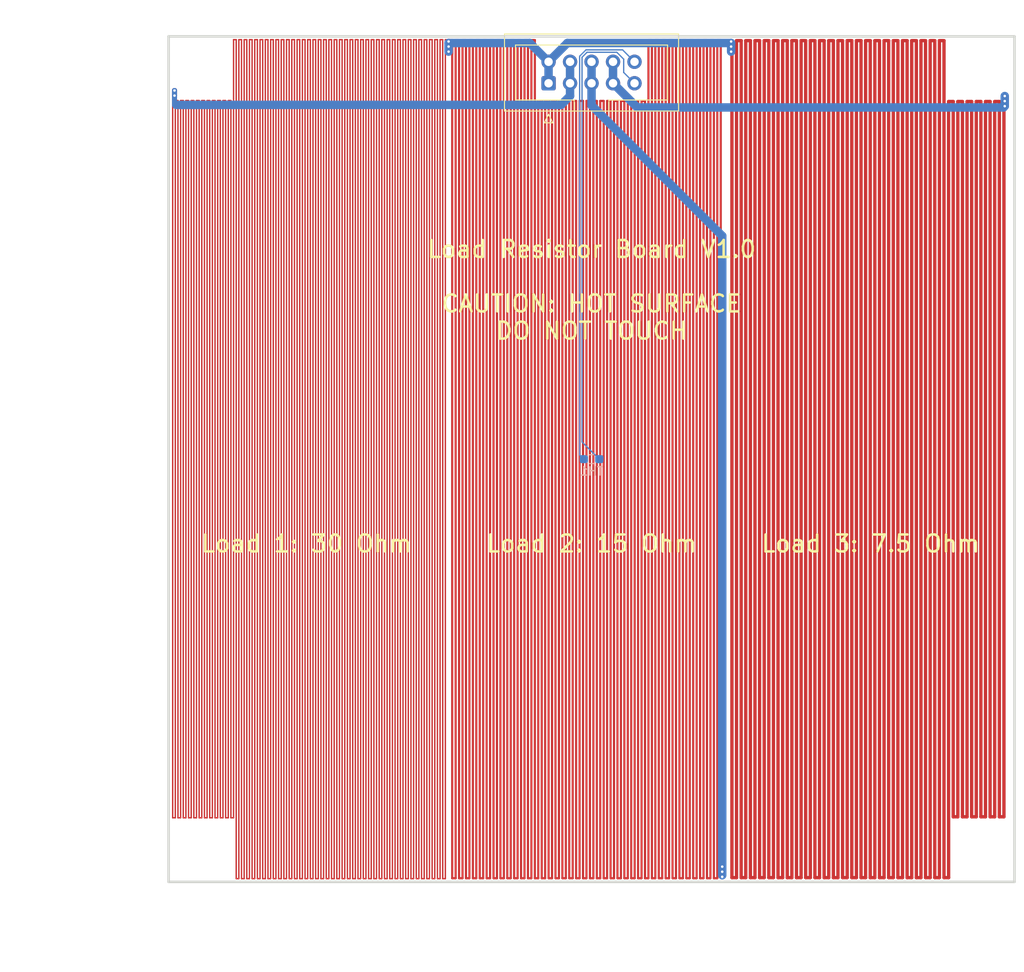
<source format=kicad_pcb>
(kicad_pcb (version 20171130) (host pcbnew "(5.1.10)-1")

  (general
    (thickness 1.6)
    (drawings 10)
    (tracks 544)
    (zones 0)
    (modules 6)
    (nets 4)
  )

  (page A4)
  (layers
    (0 F.Cu signal)
    (31 B.Cu signal)
    (32 B.Adhes user)
    (33 F.Adhes user)
    (34 B.Paste user)
    (35 F.Paste user)
    (36 B.SilkS user)
    (37 F.SilkS user)
    (38 B.Mask user)
    (39 F.Mask user)
    (40 Dwgs.User user)
    (41 Cmts.User user)
    (42 Eco1.User user)
    (43 Eco2.User user)
    (44 Edge.Cuts user)
    (45 Margin user)
    (46 B.CrtYd user)
    (47 F.CrtYd user)
    (48 B.Fab user)
    (49 F.Fab user)
  )

  (setup
    (last_trace_width 0.13)
    (user_trace_width 0.15)
    (user_trace_width 0.163)
    (user_trace_width 0.6)
    (user_trace_width 1)
    (user_trace_width 3)
    (trace_clearance 0.13)
    (zone_clearance 0)
    (zone_45_only no)
    (trace_min 0.13)
    (via_size 0.6)
    (via_drill 0.3)
    (via_min_size 0.6)
    (via_min_drill 0.3)
    (user_via 0.6 0.3)
    (uvia_size 0.3)
    (uvia_drill 0.1)
    (uvias_allowed no)
    (uvia_min_size 0.2)
    (uvia_min_drill 0.1)
    (edge_width 0.05)
    (segment_width 0.2)
    (pcb_text_width 0.3)
    (pcb_text_size 1.5 1.5)
    (mod_edge_width 0.12)
    (mod_text_size 1 1)
    (mod_text_width 0.15)
    (pad_size 1.524 1.524)
    (pad_drill 0.762)
    (pad_to_mask_clearance 0)
    (aux_axis_origin 0 0)
    (visible_elements 7FFFFFFF)
    (pcbplotparams
      (layerselection 0x3f1fc_ffffffff)
      (usegerberextensions false)
      (usegerberattributes true)
      (usegerberadvancedattributes true)
      (creategerberjobfile true)
      (excludeedgelayer true)
      (linewidth 0.100000)
      (plotframeref false)
      (viasonmask true)
      (mode 1)
      (useauxorigin false)
      (hpglpennumber 1)
      (hpglpenspeed 20)
      (hpglpendiameter 15.000000)
      (psnegative false)
      (psa4output false)
      (plotreference true)
      (plotvalue true)
      (plotinvisibletext false)
      (padsonsilk false)
      (subtractmaskfromsilk false)
      (outputformat 1)
      (mirror false)
      (drillshape 0)
      (scaleselection 1)
      (outputdirectory "Gerber/"))
  )

  (net 0 "")
  (net 1 GND)
  (net 2 /NTC_ext)
  (net 3 /Loads)

  (net_class Default "This is the default net class."
    (clearance 0.13)
    (trace_width 0.13)
    (via_dia 0.6)
    (via_drill 0.3)
    (uvia_dia 0.3)
    (uvia_drill 0.1)
    (add_net /Loads)
    (add_net /NTC_ext)
    (add_net GND)
  )

  (module Resistor_SMD:R_0603_1608Metric_Pad0.98x0.95mm_HandSolder (layer B.Cu) (tedit 5F68FEEE) (tstamp 610AD867)
    (at 100 100)
    (descr "Resistor SMD 0603 (1608 Metric), square (rectangular) end terminal, IPC_7351 nominal with elongated pad for handsoldering. (Body size source: IPC-SM-782 page 72, https://www.pcb-3d.com/wordpress/wp-content/uploads/ipc-sm-782a_amendment_1_and_2.pdf), generated with kicad-footprint-generator")
    (tags "resistor handsolder")
    (path /610A81AB)
    (attr smd)
    (fp_text reference TH1 (at 0 1.43) (layer B.SilkS)
      (effects (font (size 1 1) (thickness 0.15)) (justify mirror))
    )
    (fp_text value Thermistor_NTC (at 0 -1.43) (layer B.Fab)
      (effects (font (size 1 1) (thickness 0.15)) (justify mirror))
    )
    (fp_line (start -0.8 -0.4125) (end -0.8 0.4125) (layer B.Fab) (width 0.1))
    (fp_line (start -0.8 0.4125) (end 0.8 0.4125) (layer B.Fab) (width 0.1))
    (fp_line (start 0.8 0.4125) (end 0.8 -0.4125) (layer B.Fab) (width 0.1))
    (fp_line (start 0.8 -0.4125) (end -0.8 -0.4125) (layer B.Fab) (width 0.1))
    (fp_line (start -0.254724 0.5225) (end 0.254724 0.5225) (layer B.SilkS) (width 0.12))
    (fp_line (start -0.254724 -0.5225) (end 0.254724 -0.5225) (layer B.SilkS) (width 0.12))
    (fp_line (start -1.65 -0.73) (end -1.65 0.73) (layer B.CrtYd) (width 0.05))
    (fp_line (start -1.65 0.73) (end 1.65 0.73) (layer B.CrtYd) (width 0.05))
    (fp_line (start 1.65 0.73) (end 1.65 -0.73) (layer B.CrtYd) (width 0.05))
    (fp_line (start 1.65 -0.73) (end -1.65 -0.73) (layer B.CrtYd) (width 0.05))
    (fp_text user %R (at 0 0) (layer B.Fab)
      (effects (font (size 0.4 0.4) (thickness 0.06)) (justify mirror))
    )
    (pad 2 smd roundrect (at 0.9125 0) (size 0.975 0.95) (layers B.Cu B.Paste B.Mask) (roundrect_rratio 0.25)
      (net 2 /NTC_ext))
    (pad 1 smd roundrect (at -0.9125 0) (size 0.975 0.95) (layers B.Cu B.Paste B.Mask) (roundrect_rratio 0.25)
      (net 1 GND))
    (model ${KISYS3DMOD}/Resistor_SMD.3dshapes/R_0603_1608Metric.wrl
      (at (xyz 0 0 0))
      (scale (xyz 1 1 1))
      (rotate (xyz 0 0 0))
    )
  )

  (module Connector_IDC:IDC-Header_2x05_P2.54mm_Vertical (layer F.Cu) (tedit 5EAC9A07) (tstamp 61071B00)
    (at 94.92 55.54 90)
    (descr "Through hole IDC box header, 2x05, 2.54mm pitch, DIN 41651 / IEC 60603-13, double rows, https://docs.google.com/spreadsheets/d/16SsEcesNF15N3Lb4niX7dcUr-NY5_MFPQhobNuNppn4/edit#gid=0")
    (tags "Through hole vertical IDC box header THT 2x05 2.54mm double row")
    (path /61069FAE)
    (fp_text reference J1 (at 1.27 -6.1 90) (layer F.SilkS) hide
      (effects (font (size 1 1) (thickness 0.15)))
    )
    (fp_text value Conn_02x05_Odd_Even (at 1.27 16.26 90) (layer F.Fab)
      (effects (font (size 1 1) (thickness 0.15)))
    )
    (fp_line (start 6.22 -5.6) (end -3.68 -5.6) (layer F.CrtYd) (width 0.05))
    (fp_line (start 6.22 15.76) (end 6.22 -5.6) (layer F.CrtYd) (width 0.05))
    (fp_line (start -3.68 15.76) (end 6.22 15.76) (layer F.CrtYd) (width 0.05))
    (fp_line (start -3.68 -5.6) (end -3.68 15.76) (layer F.CrtYd) (width 0.05))
    (fp_line (start -4.68 0.5) (end -3.68 0) (layer F.SilkS) (width 0.12))
    (fp_line (start -4.68 -0.5) (end -4.68 0.5) (layer F.SilkS) (width 0.12))
    (fp_line (start -3.68 0) (end -4.68 -0.5) (layer F.SilkS) (width 0.12))
    (fp_line (start -1.98 7.13) (end -3.29 7.13) (layer F.SilkS) (width 0.12))
    (fp_line (start -1.98 7.13) (end -1.98 7.13) (layer F.SilkS) (width 0.12))
    (fp_line (start -1.98 14.07) (end -1.98 7.13) (layer F.SilkS) (width 0.12))
    (fp_line (start 4.52 14.07) (end -1.98 14.07) (layer F.SilkS) (width 0.12))
    (fp_line (start 4.52 -3.91) (end 4.52 14.07) (layer F.SilkS) (width 0.12))
    (fp_line (start -1.98 -3.91) (end 4.52 -3.91) (layer F.SilkS) (width 0.12))
    (fp_line (start -1.98 3.03) (end -1.98 -3.91) (layer F.SilkS) (width 0.12))
    (fp_line (start -3.29 3.03) (end -1.98 3.03) (layer F.SilkS) (width 0.12))
    (fp_line (start -3.29 15.37) (end -3.29 -5.21) (layer F.SilkS) (width 0.12))
    (fp_line (start 5.83 15.37) (end -3.29 15.37) (layer F.SilkS) (width 0.12))
    (fp_line (start 5.83 -5.21) (end 5.83 15.37) (layer F.SilkS) (width 0.12))
    (fp_line (start -3.29 -5.21) (end 5.83 -5.21) (layer F.SilkS) (width 0.12))
    (fp_line (start -1.98 7.13) (end -3.18 7.13) (layer F.Fab) (width 0.1))
    (fp_line (start -1.98 7.13) (end -1.98 7.13) (layer F.Fab) (width 0.1))
    (fp_line (start -1.98 14.07) (end -1.98 7.13) (layer F.Fab) (width 0.1))
    (fp_line (start 4.52 14.07) (end -1.98 14.07) (layer F.Fab) (width 0.1))
    (fp_line (start 4.52 -3.91) (end 4.52 14.07) (layer F.Fab) (width 0.1))
    (fp_line (start -1.98 -3.91) (end 4.52 -3.91) (layer F.Fab) (width 0.1))
    (fp_line (start -1.98 3.03) (end -1.98 -3.91) (layer F.Fab) (width 0.1))
    (fp_line (start -3.18 3.03) (end -1.98 3.03) (layer F.Fab) (width 0.1))
    (fp_line (start -3.18 15.26) (end -3.18 -4.1) (layer F.Fab) (width 0.1))
    (fp_line (start 5.72 15.26) (end -3.18 15.26) (layer F.Fab) (width 0.1))
    (fp_line (start 5.72 -5.1) (end 5.72 15.26) (layer F.Fab) (width 0.1))
    (fp_line (start -2.18 -5.1) (end 5.72 -5.1) (layer F.Fab) (width 0.1))
    (fp_line (start -3.18 -4.1) (end -2.18 -5.1) (layer F.Fab) (width 0.1))
    (fp_text user %R (at 1.27 5.08) (layer F.Fab)
      (effects (font (size 1 1) (thickness 0.15)))
    )
    (pad 10 thru_hole circle (at 2.54 10.16 90) (size 1.7 1.7) (drill 1) (layers *.Cu *.Mask)
      (net 1 GND))
    (pad 8 thru_hole circle (at 2.54 7.62 90) (size 1.7 1.7) (drill 1) (layers *.Cu *.Mask)
      (net 3 /Loads))
    (pad 6 thru_hole circle (at 2.54 5.08 90) (size 1.7 1.7) (drill 1) (layers *.Cu *.Mask)
      (net 3 /Loads))
    (pad 4 thru_hole circle (at 2.54 2.54 90) (size 1.7 1.7) (drill 1) (layers *.Cu *.Mask)
      (net 3 /Loads))
    (pad 2 thru_hole circle (at 2.54 0 90) (size 1.7 1.7) (drill 1) (layers *.Cu *.Mask)
      (net 3 /Loads))
    (pad 9 thru_hole circle (at 0 10.16 90) (size 1.7 1.7) (drill 1) (layers *.Cu *.Mask)
      (net 2 /NTC_ext))
    (pad 7 thru_hole circle (at 0 7.62 90) (size 1.7 1.7) (drill 1) (layers *.Cu *.Mask)
      (net 3 /Loads))
    (pad 5 thru_hole circle (at 0 5.08 90) (size 1.7 1.7) (drill 1) (layers *.Cu *.Mask)
      (net 3 /Loads))
    (pad 3 thru_hole circle (at 0 2.54 90) (size 1.7 1.7) (drill 1) (layers *.Cu *.Mask)
      (net 3 /Loads))
    (pad 1 thru_hole roundrect (at 0 0 90) (size 1.7 1.7) (drill 1) (layers *.Cu *.Mask) (roundrect_rratio 0.1470588235294118)
      (net 3 /Loads))
    (model ${KISYS3DMOD}/Connector_IDC.3dshapes/IDC-Header_2x05_P2.54mm_Vertical.wrl
      (at (xyz 0 0 0))
      (scale (xyz 1 1 1))
      (rotate (xyz 0 0 0))
    )
  )

  (module MountingHole:MountingHole_3.2mm_M3 (layer F.Cu) (tedit 56D1B4CB) (tstamp 61071AD1)
    (at 146 146)
    (descr "Mounting Hole 3.2mm, no annular, M3")
    (tags "mounting hole 3.2mm no annular m3")
    (path /6106DE57)
    (attr virtual)
    (fp_text reference H4 (at 0 -4.2) (layer F.SilkS) hide
      (effects (font (size 1 1) (thickness 0.15)))
    )
    (fp_text value MountingHole (at 0 4.2) (layer F.Fab)
      (effects (font (size 1 1) (thickness 0.15)))
    )
    (fp_circle (center 0 0) (end 3.45 0) (layer F.CrtYd) (width 0.05))
    (fp_circle (center 0 0) (end 3.2 0) (layer Cmts.User) (width 0.15))
    (fp_text user %R (at 0.3 0) (layer F.Fab)
      (effects (font (size 1 1) (thickness 0.15)))
    )
    (pad 1 np_thru_hole circle (at 0 0) (size 3.2 3.2) (drill 3.2) (layers *.Cu *.Mask))
  )

  (module MountingHole:MountingHole_3.2mm_M3 (layer F.Cu) (tedit 56D1B4CB) (tstamp 61071AC9)
    (at 54 146)
    (descr "Mounting Hole 3.2mm, no annular, M3")
    (tags "mounting hole 3.2mm no annular m3")
    (path /6106DC5F)
    (attr virtual)
    (fp_text reference H3 (at 0 -4.2) (layer F.SilkS) hide
      (effects (font (size 1 1) (thickness 0.15)))
    )
    (fp_text value MountingHole (at 0 4.2) (layer F.Fab)
      (effects (font (size 1 1) (thickness 0.15)))
    )
    (fp_circle (center 0 0) (end 3.45 0) (layer F.CrtYd) (width 0.05))
    (fp_circle (center 0 0) (end 3.2 0) (layer Cmts.User) (width 0.15))
    (fp_text user %R (at 0.3 0) (layer F.Fab)
      (effects (font (size 1 1) (thickness 0.15)))
    )
    (pad 1 np_thru_hole circle (at 0 0) (size 3.2 3.2) (drill 3.2) (layers *.Cu *.Mask))
  )

  (module MountingHole:MountingHole_3.2mm_M3 (layer F.Cu) (tedit 56D1B4CB) (tstamp 61071AC1)
    (at 146 54)
    (descr "Mounting Hole 3.2mm, no annular, M3")
    (tags "mounting hole 3.2mm no annular m3")
    (path /6106DA4A)
    (attr virtual)
    (fp_text reference H2 (at 0 -4.2) (layer F.SilkS) hide
      (effects (font (size 1 1) (thickness 0.15)))
    )
    (fp_text value MountingHole (at 0 4.2) (layer F.Fab)
      (effects (font (size 1 1) (thickness 0.15)))
    )
    (fp_circle (center 0 0) (end 3.45 0) (layer F.CrtYd) (width 0.05))
    (fp_circle (center 0 0) (end 3.2 0) (layer Cmts.User) (width 0.15))
    (fp_text user %R (at 0.3 0) (layer F.Fab)
      (effects (font (size 1 1) (thickness 0.15)))
    )
    (pad 1 np_thru_hole circle (at 0 0) (size 3.2 3.2) (drill 3.2) (layers *.Cu *.Mask))
  )

  (module MountingHole:MountingHole_3.2mm_M3 (layer F.Cu) (tedit 56D1B4CB) (tstamp 61071AB9)
    (at 54 54)
    (descr "Mounting Hole 3.2mm, no annular, M3")
    (tags "mounting hole 3.2mm no annular m3")
    (path /6106C733)
    (attr virtual)
    (fp_text reference H1 (at 0 -4.2) (layer F.SilkS) hide
      (effects (font (size 1 1) (thickness 0.15)))
    )
    (fp_text value MountingHole (at 0 4.2) (layer F.Fab)
      (effects (font (size 1 1) (thickness 0.15)))
    )
    (fp_circle (center 0 0) (end 3.45 0) (layer F.CrtYd) (width 0.05))
    (fp_circle (center 0 0) (end 3.2 0) (layer Cmts.User) (width 0.15))
    (fp_text user %R (at 0.3 0) (layer F.Fab)
      (effects (font (size 1 1) (thickness 0.15)))
    )
    (pad 1 np_thru_hole circle (at 0 0) (size 3.2 3.2) (drill 3.2) (layers *.Cu *.Mask))
  )

  (gr_text "Load Resistor Board V1.0\n\nCAUTION: HOT SURFACE\nDO NOT TOUCH" (at 100 80) (layer F.SilkS) (tstamp 610AE156)
    (effects (font (size 2 2) (thickness 0.3)))
  )
  (dimension 100 (width 0.15) (layer Dwgs.User)
    (gr_text "100,000 mm" (at 100 161.299999) (layer Dwgs.User)
      (effects (font (size 2 2) (thickness 0.3)))
    )
    (feature1 (pts (xy 150 150) (xy 150 160.58642)))
    (feature2 (pts (xy 50 150) (xy 50 160.58642)))
    (crossbar (pts (xy 50 159.999999) (xy 150 159.999999)))
    (arrow1a (pts (xy 150 159.999999) (xy 148.873496 160.58642)))
    (arrow1b (pts (xy 150 159.999999) (xy 148.873496 159.413578)))
    (arrow2a (pts (xy 50 159.999999) (xy 51.126504 160.58642)))
    (arrow2b (pts (xy 50 159.999999) (xy 51.126504 159.413578)))
  )
  (dimension 100 (width 0.15) (layer Dwgs.User)
    (gr_text "100,000 mm" (at 38.7 100 90) (layer Dwgs.User)
      (effects (font (size 2 2) (thickness 0.3)))
    )
    (feature1 (pts (xy 50 50) (xy 39.413579 50)))
    (feature2 (pts (xy 50 150) (xy 39.413579 150)))
    (crossbar (pts (xy 40 150) (xy 40 50)))
    (arrow1a (pts (xy 40 50) (xy 40.586421 51.126504)))
    (arrow1b (pts (xy 40 50) (xy 39.413579 51.126504)))
    (arrow2a (pts (xy 40 150) (xy 40.586421 148.873496)))
    (arrow2b (pts (xy 40 150) (xy 39.413579 148.873496)))
  )
  (gr_text "Load 3: 7.5 Ohm" (at 133 110) (layer F.SilkS) (tstamp 610ADF08)
    (effects (font (size 2 2) (thickness 0.3)))
  )
  (gr_text "Load 2: 15 Ohm" (at 100 110) (layer F.SilkS) (tstamp 610ADE5B)
    (effects (font (size 2 2) (thickness 0.3)))
  )
  (gr_text "Load 1: 30 Ohm" (at 66.3 110) (layer F.SilkS)
    (effects (font (size 2 2) (thickness 0.3)))
  )
  (gr_line (start 150 50) (end 150 150) (layer Edge.Cuts) (width 0.3))
  (gr_line (start 50 50) (end 150 50) (layer Edge.Cuts) (width 0.3))
  (gr_line (start 50 150) (end 50 50) (layer Edge.Cuts) (width 0.3))
  (gr_line (start 150 150) (end 50 150) (layer Edge.Cuts) (width 0.3))

  (segment (start 98.58999 99.50249) (end 99.0875 100) (width 0.15) (layer B.Cu) (net 1))
  (segment (start 98.58999 52.344904) (end 98.58999 99.50249) (width 0.15) (layer B.Cu) (net 1))
  (segment (start 99.344904 51.58999) (end 98.58999 52.344904) (width 0.15) (layer B.Cu) (net 1))
  (segment (start 103.669989 51.589989) (end 99.344904 51.58999) (width 0.15) (layer B.Cu) (net 1))
  (segment (start 105.08 53) (end 103.669989 51.589989) (width 0.15) (layer B.Cu) (net 1))
  (segment (start 103.8 52.688978) (end 103.8 54.26) (width 0.15) (layer B.Cu) (net 2))
  (segment (start 100.9125 100) (end 98.8765 97.964) (width 0.15) (layer B.Cu) (net 2))
  (segment (start 98.8765 97.964) (end 98.8765 52.46358) (width 0.15) (layer B.Cu) (net 2))
  (segment (start 98.8765 52.46358) (end 99.463582 51.876498) (width 0.15) (layer B.Cu) (net 2))
  (segment (start 99.463582 51.876498) (end 102.987521 51.876498) (width 0.15) (layer B.Cu) (net 2))
  (segment (start 103.8 54.26) (end 105.08 55.54) (width 0.15) (layer B.Cu) (net 2))
  (segment (start 102.987521 51.876498) (end 103.8 52.688978) (width 0.15) (layer B.Cu) (net 2))
  (via (at 115.45 148.2) (size 0.6) (drill 0.3) (layers F.Cu B.Cu) (net 3) (tstamp 610AE095))
  (via (at 148.85 58.25) (size 0.6) (drill 0.3) (layers F.Cu B.Cu) (net 3) (tstamp 610AE095))
  (via (at 116.5 51.8) (size 0.6) (drill 0.3) (layers F.Cu B.Cu) (net 3) (tstamp 610AE095))
  (via (at 83.1 51.8) (size 0.6) (drill 0.3) (layers F.Cu B.Cu) (net 3) (tstamp 610AE089))
  (via (at 115.45 148.8) (size 0.6) (drill 0.3) (layers F.Cu B.Cu) (net 3) (tstamp 610ADEB9))
  (via (at 116.5 51.2) (size 0.6) (drill 0.3) (layers F.Cu B.Cu) (net 3) (tstamp 610ADA3A))
  (via (at 50.7 57) (size 0.6) (drill 0.3) (layers F.Cu B.Cu) (net 3))
  (via (at 50.7 56.4) (size 0.6) (drill 0.3) (layers F.Cu B.Cu) (net 3))
  (segment (start 94.92 55.54) (end 94.92 53) (width 1) (layer B.Cu) (net 3))
  (segment (start 97.46 55.54) (end 97.46 53) (width 1) (layer B.Cu) (net 3))
  (segment (start 100 55.54) (end 100 53) (width 1) (layer B.Cu) (net 3))
  (segment (start 102.54 55.54) (end 102.54 53) (width 1) (layer B.Cu) (net 3))
  (segment (start 83.5285 50.4285) (end 83.5285 51.0715) (width 0.257) (layer F.Cu) (net 3))
  (segment (start 83.5285 149.5715) (end 83.9355 149.5715) (width 0.257) (layer F.Cu) (net 3))
  (segment (start 83.9355 50.4285) (end 83.9355 149.5715) (width 0.257) (layer F.Cu) (net 3))
  (segment (start 83.9355 50.4285) (end 84.3425 50.4285) (width 0.257) (layer F.Cu) (net 3))
  (segment (start 84.3425 50.4285) (end 84.3425 149.5715) (width 0.257) (layer F.Cu) (net 3))
  (segment (start 84.3425 149.5715) (end 84.7495 149.5715) (width 0.257) (layer F.Cu) (net 3))
  (segment (start 84.7495 50.4285) (end 84.7495 149.5715) (width 0.257) (layer F.Cu) (net 3))
  (segment (start 84.7495 50.4285) (end 85.1565 50.4285) (width 0.257) (layer F.Cu) (net 3))
  (segment (start 85.1565 50.4285) (end 85.1565 149.5715) (width 0.257) (layer F.Cu) (net 3))
  (segment (start 85.1565 149.5715) (end 85.5635 149.5715) (width 0.257) (layer F.Cu) (net 3))
  (segment (start 85.5635 50.4285) (end 85.5635 149.5715) (width 0.257) (layer F.Cu) (net 3))
  (segment (start 85.5635 50.4285) (end 85.9705 50.4285) (width 0.257) (layer F.Cu) (net 3))
  (segment (start 85.9705 50.4285) (end 85.9705 149.5715) (width 0.257) (layer F.Cu) (net 3))
  (segment (start 85.9705 149.5715) (end 86.3775 149.5715) (width 0.257) (layer F.Cu) (net 3))
  (segment (start 86.3775 50.4285) (end 86.3775 149.5715) (width 0.257) (layer F.Cu) (net 3))
  (segment (start 86.3775 50.4285) (end 86.7845 50.4285) (width 0.257) (layer F.Cu) (net 3))
  (segment (start 86.7845 50.4285) (end 86.7845 149.5715) (width 0.257) (layer F.Cu) (net 3))
  (segment (start 86.7845 149.5715) (end 87.1915 149.5715) (width 0.257) (layer F.Cu) (net 3))
  (segment (start 87.1915 50.4285) (end 87.1915 149.5715) (width 0.257) (layer F.Cu) (net 3))
  (segment (start 87.1915 50.4285) (end 87.5985 50.4285) (width 0.257) (layer F.Cu) (net 3))
  (segment (start 87.5985 50.4285) (end 87.5985 149.5715) (width 0.257) (layer F.Cu) (net 3))
  (segment (start 87.5985 149.5715) (end 88.0055 149.5715) (width 0.257) (layer F.Cu) (net 3))
  (segment (start 88.0055 50.4285) (end 88.0055 149.5715) (width 0.257) (layer F.Cu) (net 3))
  (segment (start 88.0055 50.4285) (end 88.4125 50.4285) (width 0.257) (layer F.Cu) (net 3))
  (segment (start 88.4125 50.4285) (end 88.4125 149.5715) (width 0.257) (layer F.Cu) (net 3))
  (segment (start 88.4125 149.5715) (end 88.8195 149.5715) (width 0.257) (layer F.Cu) (net 3))
  (segment (start 88.8195 50.4285) (end 88.8195 149.5715) (width 0.257) (layer F.Cu) (net 3))
  (segment (start 88.8195 50.4285) (end 89.2265 50.4285) (width 0.257) (layer F.Cu) (net 3))
  (segment (start 89.2265 50.4285) (end 89.2265 149.5715) (width 0.257) (layer F.Cu) (net 3))
  (segment (start 89.2265 149.5715) (end 89.6335 149.5715) (width 0.257) (layer F.Cu) (net 3))
  (segment (start 89.6335 50.4285) (end 89.6335 149.5715) (width 0.257) (layer F.Cu) (net 3))
  (segment (start 89.6335 50.4285) (end 90.0405 50.4285) (width 0.257) (layer F.Cu) (net 3))
  (segment (start 90.0405 50.4285) (end 90.0405 149.5715) (width 0.257) (layer F.Cu) (net 3))
  (segment (start 90.0405 149.5715) (end 90.4475 149.5715) (width 0.257) (layer F.Cu) (net 3))
  (segment (start 90.4475 50.4285) (end 90.4475 149.5715) (width 0.257) (layer F.Cu) (net 3))
  (segment (start 90.4475 50.4285) (end 90.8545 50.4285) (width 0.257) (layer F.Cu) (net 3))
  (segment (start 90.8545 50.4285) (end 90.8545 149.5715) (width 0.257) (layer F.Cu) (net 3))
  (segment (start 90.8545 149.5715) (end 91.2615 149.5715) (width 0.257) (layer F.Cu) (net 3))
  (segment (start 91.2615 50.4285) (end 91.2615 149.5715) (width 0.257) (layer F.Cu) (net 3))
  (segment (start 91.2615 50.4285) (end 91.6685 50.4285) (width 0.257) (layer F.Cu) (net 3))
  (segment (start 91.6685 50.4285) (end 91.6685 149.5715) (width 0.257) (layer F.Cu) (net 3))
  (segment (start 91.6685 149.5715) (end 92.0755 149.5715) (width 0.257) (layer F.Cu) (net 3))
  (segment (start 92.0755 50.4285) (end 92.0755 149.5715) (width 0.257) (layer F.Cu) (net 3))
  (segment (start 92.0755 50.4285) (end 92.4825 50.4285) (width 0.257) (layer F.Cu) (net 3))
  (segment (start 92.4825 50.4285) (end 92.4825 149.5715) (width 0.257) (layer F.Cu) (net 3))
  (segment (start 92.4825 149.5715) (end 92.8895 149.5715) (width 0.257) (layer F.Cu) (net 3))
  (segment (start 92.8895 50.4285) (end 92.8895 149.5715) (width 0.257) (layer F.Cu) (net 3))
  (segment (start 92.8895 50.4285) (end 93.2965 50.4285) (width 0.257) (layer F.Cu) (net 3))
  (segment (start 93.2965 50.4285) (end 93.2965 149.5715) (width 0.257) (layer F.Cu) (net 3))
  (segment (start 93.2965 149.5715) (end 93.7035 149.5715) (width 0.257) (layer F.Cu) (net 3))
  (segment (start 93.7035 57.6285) (end 93.7035 149.5715) (width 0.257) (layer F.Cu) (net 3))
  (segment (start 93.7035 57.6285) (end 94.1105 57.6285) (width 0.257) (layer F.Cu) (net 3))
  (segment (start 94.1105 57.6285) (end 94.1105 149.5715) (width 0.257) (layer F.Cu) (net 3))
  (segment (start 94.1105 149.5715) (end 94.5175 149.5715) (width 0.257) (layer F.Cu) (net 3))
  (segment (start 94.5175 57.6285) (end 94.5175 149.5715) (width 0.257) (layer F.Cu) (net 3))
  (segment (start 94.5175 57.6285) (end 94.9245 57.6285) (width 0.257) (layer F.Cu) (net 3))
  (segment (start 94.9245 57.6285) (end 94.9245 149.5715) (width 0.257) (layer F.Cu) (net 3))
  (segment (start 94.9245 149.5715) (end 95.3315 149.5715) (width 0.257) (layer F.Cu) (net 3))
  (segment (start 95.3315 57.6285) (end 95.3315 149.5715) (width 0.257) (layer F.Cu) (net 3))
  (segment (start 95.3315 57.6285) (end 95.7385 57.6285) (width 0.257) (layer F.Cu) (net 3))
  (segment (start 95.7385 57.6285) (end 95.7385 149.5715) (width 0.257) (layer F.Cu) (net 3))
  (segment (start 95.7385 149.5715) (end 96.1455 149.5715) (width 0.257) (layer F.Cu) (net 3))
  (segment (start 96.1455 57.6285) (end 96.1455 149.5715) (width 0.257) (layer F.Cu) (net 3))
  (segment (start 96.1455 57.6285) (end 96.5525 57.6285) (width 0.257) (layer F.Cu) (net 3))
  (segment (start 96.5525 57.6285) (end 96.5525 149.5715) (width 0.257) (layer F.Cu) (net 3))
  (segment (start 96.5525 149.5715) (end 96.9595 149.5715) (width 0.257) (layer F.Cu) (net 3))
  (segment (start 96.9595 57.6285) (end 96.9595 149.5715) (width 0.257) (layer F.Cu) (net 3))
  (segment (start 96.9595 57.6285) (end 97.3665 57.6285) (width 0.257) (layer F.Cu) (net 3))
  (segment (start 97.3665 57.6285) (end 97.3665 149.5715) (width 0.257) (layer F.Cu) (net 3))
  (segment (start 97.3665 149.5715) (end 97.7735 149.5715) (width 0.257) (layer F.Cu) (net 3))
  (segment (start 97.7735 57.6285) (end 97.7735 149.5715) (width 0.257) (layer F.Cu) (net 3))
  (segment (start 97.7735 57.6285) (end 98.1805 57.6285) (width 0.257) (layer F.Cu) (net 3))
  (segment (start 98.1805 57.6285) (end 98.1805 149.5715) (width 0.257) (layer F.Cu) (net 3))
  (segment (start 98.1805 149.5715) (end 98.5875 149.5715) (width 0.257) (layer F.Cu) (net 3))
  (segment (start 98.5875 57.6285) (end 98.5875 149.5715) (width 0.257) (layer F.Cu) (net 3))
  (segment (start 98.5875 57.6285) (end 98.9945 57.6285) (width 0.257) (layer F.Cu) (net 3))
  (segment (start 98.9945 57.6285) (end 98.9945 149.5715) (width 0.257) (layer F.Cu) (net 3))
  (segment (start 98.9945 149.5715) (end 99.4015 149.5715) (width 0.257) (layer F.Cu) (net 3))
  (segment (start 99.4015 57.6285) (end 99.4015 149.5715) (width 0.257) (layer F.Cu) (net 3))
  (segment (start 99.4015 57.6285) (end 99.8085 57.6285) (width 0.257) (layer F.Cu) (net 3))
  (segment (start 99.8085 57.6285) (end 99.8085 149.5715) (width 0.257) (layer F.Cu) (net 3))
  (segment (start 99.8085 149.5715) (end 100.2155 149.5715) (width 0.257) (layer F.Cu) (net 3))
  (segment (start 100.2155 57.6285) (end 100.2155 149.5715) (width 0.257) (layer F.Cu) (net 3))
  (segment (start 100.2155 57.6285) (end 100.6225 57.6285) (width 0.257) (layer F.Cu) (net 3))
  (segment (start 100.6225 57.6285) (end 100.6225 149.5715) (width 0.257) (layer F.Cu) (net 3))
  (segment (start 100.6225 149.5715) (end 101.0295 149.5715) (width 0.257) (layer F.Cu) (net 3))
  (segment (start 101.0295 57.6285) (end 101.0295 149.5715) (width 0.257) (layer F.Cu) (net 3))
  (segment (start 101.0295 57.6285) (end 101.4365 57.6285) (width 0.257) (layer F.Cu) (net 3))
  (segment (start 101.4365 57.6285) (end 101.4365 149.5715) (width 0.257) (layer F.Cu) (net 3))
  (segment (start 101.4365 149.5715) (end 101.8435 149.5715) (width 0.257) (layer F.Cu) (net 3))
  (segment (start 101.8435 57.6285) (end 101.8435 149.5715) (width 0.257) (layer F.Cu) (net 3))
  (segment (start 101.8435 57.6285) (end 102.2505 57.6285) (width 0.257) (layer F.Cu) (net 3))
  (segment (start 102.2505 57.6285) (end 102.2505 149.5715) (width 0.257) (layer F.Cu) (net 3))
  (segment (start 102.2505 149.5715) (end 102.6575 149.5715) (width 0.257) (layer F.Cu) (net 3))
  (segment (start 102.6575 57.6285) (end 102.6575 149.5715) (width 0.257) (layer F.Cu) (net 3))
  (segment (start 102.6575 57.6285) (end 103.0645 57.6285) (width 0.257) (layer F.Cu) (net 3))
  (segment (start 103.0645 57.6285) (end 103.0645 149.5715) (width 0.257) (layer F.Cu) (net 3))
  (segment (start 103.0645 149.5715) (end 103.4715 149.5715) (width 0.257) (layer F.Cu) (net 3))
  (segment (start 103.4715 57.6285) (end 103.4715 149.5715) (width 0.257) (layer F.Cu) (net 3))
  (segment (start 103.4715 57.6285) (end 103.8785 57.6285) (width 0.257) (layer F.Cu) (net 3))
  (segment (start 103.8785 57.6285) (end 103.8785 149.5715) (width 0.257) (layer F.Cu) (net 3))
  (segment (start 103.8785 149.5715) (end 104.2855 149.5715) (width 0.257) (layer F.Cu) (net 3))
  (segment (start 104.2855 57.6285) (end 104.2855 149.5715) (width 0.257) (layer F.Cu) (net 3))
  (segment (start 104.2855 57.6285) (end 104.6925 57.6285) (width 0.257) (layer F.Cu) (net 3))
  (segment (start 104.6925 57.6285) (end 104.6925 149.5715) (width 0.257) (layer F.Cu) (net 3))
  (segment (start 104.6925 149.5715) (end 105.0995 149.5715) (width 0.257) (layer F.Cu) (net 3))
  (segment (start 105.0995 57.6285) (end 105.0995 149.5715) (width 0.257) (layer F.Cu) (net 3))
  (segment (start 105.0995 57.6285) (end 105.5065 57.6285) (width 0.257) (layer F.Cu) (net 3))
  (segment (start 105.5065 57.6285) (end 105.5065 149.5715) (width 0.257) (layer F.Cu) (net 3))
  (segment (start 105.5065 149.5715) (end 105.9135 149.5715) (width 0.257) (layer F.Cu) (net 3))
  (segment (start 105.9135 57.6285) (end 105.9135 149.5715) (width 0.257) (layer F.Cu) (net 3))
  (segment (start 105.9135 57.6285) (end 106.3205 57.6285) (width 0.257) (layer F.Cu) (net 3))
  (segment (start 106.3205 57.6285) (end 106.3205 149.5715) (width 0.257) (layer F.Cu) (net 3))
  (segment (start 106.3205 149.5715) (end 106.7275 149.5715) (width 0.257) (layer F.Cu) (net 3))
  (segment (start 106.7275 50.4285) (end 106.7275 149.5715) (width 0.257) (layer F.Cu) (net 3))
  (segment (start 106.7275 50.4285) (end 107.1345 50.4285) (width 0.257) (layer F.Cu) (net 3))
  (segment (start 107.1345 50.4285) (end 107.1345 149.5715) (width 0.257) (layer F.Cu) (net 3))
  (segment (start 107.1345 149.5715) (end 107.5415 149.5715) (width 0.257) (layer F.Cu) (net 3))
  (segment (start 107.5415 50.4285) (end 107.5415 149.5715) (width 0.257) (layer F.Cu) (net 3))
  (segment (start 107.5415 50.4285) (end 107.9485 50.4285) (width 0.257) (layer F.Cu) (net 3))
  (segment (start 107.9485 50.4285) (end 107.9485 149.5715) (width 0.257) (layer F.Cu) (net 3))
  (segment (start 107.9485 149.5715) (end 108.3555 149.5715) (width 0.257) (layer F.Cu) (net 3))
  (segment (start 108.3555 50.4285) (end 108.3555 149.5715) (width 0.257) (layer F.Cu) (net 3))
  (segment (start 108.3555 50.4285) (end 108.7625 50.4285) (width 0.257) (layer F.Cu) (net 3))
  (segment (start 108.7625 50.4285) (end 108.7625 149.5715) (width 0.257) (layer F.Cu) (net 3))
  (segment (start 108.7625 149.5715) (end 109.1695 149.5715) (width 0.257) (layer F.Cu) (net 3))
  (segment (start 109.1695 50.4285) (end 109.1695 149.5715) (width 0.257) (layer F.Cu) (net 3))
  (segment (start 109.1695 50.4285) (end 109.5765 50.4285) (width 0.257) (layer F.Cu) (net 3))
  (segment (start 109.5765 50.4285) (end 109.5765 149.5715) (width 0.257) (layer F.Cu) (net 3))
  (segment (start 109.5765 149.5715) (end 109.9835 149.5715) (width 0.257) (layer F.Cu) (net 3))
  (segment (start 109.9835 50.4285) (end 109.9835 149.5715) (width 0.257) (layer F.Cu) (net 3))
  (segment (start 109.9835 50.4285) (end 110.3905 50.4285) (width 0.257) (layer F.Cu) (net 3))
  (segment (start 110.3905 50.4285) (end 110.3905 149.5715) (width 0.257) (layer F.Cu) (net 3))
  (segment (start 110.3905 149.5715) (end 110.7975 149.5715) (width 0.257) (layer F.Cu) (net 3))
  (segment (start 110.7975 50.4285) (end 110.7975 149.5715) (width 0.257) (layer F.Cu) (net 3))
  (segment (start 110.7975 50.4285) (end 111.2045 50.4285) (width 0.257) (layer F.Cu) (net 3))
  (segment (start 111.2045 50.4285) (end 111.2045 149.5715) (width 0.257) (layer F.Cu) (net 3))
  (segment (start 111.2045 149.5715) (end 111.6115 149.5715) (width 0.257) (layer F.Cu) (net 3))
  (segment (start 111.6115 50.4285) (end 111.6115 149.5715) (width 0.257) (layer F.Cu) (net 3))
  (segment (start 111.6115 50.4285) (end 112.0185 50.4285) (width 0.257) (layer F.Cu) (net 3))
  (segment (start 112.0185 50.4285) (end 112.0185 149.5715) (width 0.257) (layer F.Cu) (net 3))
  (segment (start 112.0185 149.5715) (end 112.4255 149.5715) (width 0.257) (layer F.Cu) (net 3))
  (segment (start 112.4255 50.4285) (end 112.4255 149.5715) (width 0.257) (layer F.Cu) (net 3))
  (segment (start 112.4255 50.4285) (end 112.8325 50.4285) (width 0.257) (layer F.Cu) (net 3))
  (segment (start 112.8325 50.4285) (end 112.8325 149.5715) (width 0.257) (layer F.Cu) (net 3))
  (segment (start 112.8325 149.5715) (end 113.2395 149.5715) (width 0.257) (layer F.Cu) (net 3))
  (segment (start 113.2395 50.4285) (end 113.2395 149.5715) (width 0.257) (layer F.Cu) (net 3))
  (segment (start 113.2395 50.4285) (end 113.6465 50.4285) (width 0.257) (layer F.Cu) (net 3))
  (segment (start 113.6465 50.4285) (end 113.6465 149.5715) (width 0.257) (layer F.Cu) (net 3))
  (segment (start 113.6465 149.5715) (end 114.0535 149.5715) (width 0.257) (layer F.Cu) (net 3))
  (segment (start 114.0535 50.4285) (end 114.0535 149.5715) (width 0.257) (layer F.Cu) (net 3))
  (segment (start 114.0535 50.4285) (end 114.4605 50.4285) (width 0.257) (layer F.Cu) (net 3))
  (segment (start 114.4605 50.4285) (end 114.4605 149.5715) (width 0.257) (layer F.Cu) (net 3))
  (segment (start 114.4605 149.5715) (end 114.8675 149.5715) (width 0.257) (layer F.Cu) (net 3))
  (segment (start 114.8675 50.4285) (end 114.8675 149.5715) (width 0.257) (layer F.Cu) (net 3))
  (segment (start 114.8675 50.4285) (end 115.2745 50.4285) (width 0.257) (layer F.Cu) (net 3))
  (segment (start 115.2745 50.4285) (end 115.2745 149.1255) (width 0.257) (layer F.Cu) (net 3))
  (segment (start 116.5975 50.4975) (end 116.5975 50.8025) (width 0.395) (layer F.Cu) (net 3))
  (segment (start 116.5975 149.5025) (end 117.1425 149.5025) (width 0.395) (layer F.Cu) (net 3))
  (segment (start 117.1425 50.4975) (end 117.1425 149.5025) (width 0.395) (layer F.Cu) (net 3))
  (segment (start 117.1425 50.4975) (end 117.6875 50.4975) (width 0.395) (layer F.Cu) (net 3))
  (segment (start 117.6875 50.4975) (end 117.6875 149.5025) (width 0.395) (layer F.Cu) (net 3))
  (segment (start 117.6875 149.5025) (end 118.2325 149.5025) (width 0.395) (layer F.Cu) (net 3))
  (segment (start 118.2325 50.4975) (end 118.2325 149.5025) (width 0.395) (layer F.Cu) (net 3))
  (segment (start 118.2325 50.4975) (end 118.7775 50.4975) (width 0.395) (layer F.Cu) (net 3))
  (segment (start 118.7775 50.4975) (end 118.7775 149.5025) (width 0.395) (layer F.Cu) (net 3))
  (segment (start 118.7775 149.5025) (end 119.3225 149.5025) (width 0.395) (layer F.Cu) (net 3))
  (segment (start 119.3225 50.4975) (end 119.3225 149.5025) (width 0.395) (layer F.Cu) (net 3))
  (segment (start 119.3225 50.4975) (end 119.8675 50.4975) (width 0.395) (layer F.Cu) (net 3))
  (segment (start 119.8675 50.4975) (end 119.8675 149.5025) (width 0.395) (layer F.Cu) (net 3))
  (segment (start 119.8675 149.5025) (end 120.4125 149.5025) (width 0.395) (layer F.Cu) (net 3))
  (segment (start 120.4125 50.4975) (end 120.4125 149.5025) (width 0.395) (layer F.Cu) (net 3))
  (segment (start 120.4125 50.4975) (end 120.9575 50.4975) (width 0.395) (layer F.Cu) (net 3))
  (segment (start 120.9575 50.4975) (end 120.9575 149.5025) (width 0.395) (layer F.Cu) (net 3))
  (segment (start 120.9575 149.5025) (end 121.5025 149.5025) (width 0.395) (layer F.Cu) (net 3))
  (segment (start 121.5025 50.4975) (end 121.5025 149.5025) (width 0.395) (layer F.Cu) (net 3))
  (segment (start 121.5025 50.4975) (end 122.0475 50.4975) (width 0.395) (layer F.Cu) (net 3))
  (segment (start 122.0475 50.4975) (end 122.0475 149.5025) (width 0.395) (layer F.Cu) (net 3))
  (segment (start 122.0475 149.5025) (end 122.5925 149.5025) (width 0.395) (layer F.Cu) (net 3))
  (segment (start 122.5925 50.4975) (end 122.5925 149.5025) (width 0.395) (layer F.Cu) (net 3))
  (segment (start 122.5925 50.4975) (end 123.1375 50.4975) (width 0.395) (layer F.Cu) (net 3))
  (segment (start 123.1375 50.4975) (end 123.1375 149.5025) (width 0.395) (layer F.Cu) (net 3))
  (segment (start 123.1375 149.5025) (end 123.6825 149.5025) (width 0.395) (layer F.Cu) (net 3))
  (segment (start 123.6825 50.4975) (end 123.6825 149.5025) (width 0.395) (layer F.Cu) (net 3))
  (segment (start 123.6825 50.4975) (end 124.2275 50.4975) (width 0.395) (layer F.Cu) (net 3))
  (segment (start 124.2275 50.4975) (end 124.2275 149.5025) (width 0.395) (layer F.Cu) (net 3))
  (segment (start 124.2275 149.5025) (end 124.7725 149.5025) (width 0.395) (layer F.Cu) (net 3))
  (segment (start 124.7725 50.4975) (end 124.7725 149.5025) (width 0.395) (layer F.Cu) (net 3))
  (segment (start 124.7725 50.4975) (end 125.3175 50.4975) (width 0.395) (layer F.Cu) (net 3))
  (segment (start 125.3175 50.4975) (end 125.3175 149.5025) (width 0.395) (layer F.Cu) (net 3))
  (segment (start 125.3175 149.5025) (end 125.8625 149.5025) (width 0.395) (layer F.Cu) (net 3))
  (segment (start 125.8625 50.4975) (end 125.8625 149.5025) (width 0.395) (layer F.Cu) (net 3))
  (segment (start 125.8625 50.4975) (end 126.4075 50.4975) (width 0.395) (layer F.Cu) (net 3))
  (segment (start 126.4075 50.4975) (end 126.4075 149.5025) (width 0.395) (layer F.Cu) (net 3))
  (segment (start 126.4075 149.5025) (end 126.9525 149.5025) (width 0.395) (layer F.Cu) (net 3))
  (segment (start 126.9525 50.4975) (end 126.9525 149.5025) (width 0.395) (layer F.Cu) (net 3))
  (segment (start 126.9525 50.4975) (end 127.4975 50.4975) (width 0.395) (layer F.Cu) (net 3))
  (segment (start 127.4975 50.4975) (end 127.4975 149.5025) (width 0.395) (layer F.Cu) (net 3))
  (segment (start 127.4975 149.5025) (end 128.0425 149.5025) (width 0.395) (layer F.Cu) (net 3))
  (segment (start 128.0425 50.4975) (end 128.0425 149.5025) (width 0.395) (layer F.Cu) (net 3))
  (segment (start 128.0425 50.4975) (end 128.5875 50.4975) (width 0.395) (layer F.Cu) (net 3))
  (segment (start 128.5875 50.4975) (end 128.5875 149.5025) (width 0.395) (layer F.Cu) (net 3))
  (segment (start 128.5875 149.5025) (end 129.1325 149.5025) (width 0.395) (layer F.Cu) (net 3))
  (segment (start 129.1325 50.4975) (end 129.1325 149.5025) (width 0.395) (layer F.Cu) (net 3))
  (segment (start 129.1325 50.4975) (end 129.6775 50.4975) (width 0.395) (layer F.Cu) (net 3))
  (segment (start 129.6775 50.4975) (end 129.6775 149.5025) (width 0.395) (layer F.Cu) (net 3))
  (segment (start 129.6775 149.5025) (end 130.2225 149.5025) (width 0.395) (layer F.Cu) (net 3))
  (segment (start 130.2225 50.4975) (end 130.2225 149.5025) (width 0.395) (layer F.Cu) (net 3))
  (segment (start 130.2225 50.4975) (end 130.7675 50.4975) (width 0.395) (layer F.Cu) (net 3))
  (segment (start 130.7675 50.4975) (end 130.7675 149.5025) (width 0.395) (layer F.Cu) (net 3))
  (segment (start 130.7675 149.5025) (end 131.3125 149.5025) (width 0.395) (layer F.Cu) (net 3))
  (segment (start 131.3125 50.4975) (end 131.3125 149.5025) (width 0.395) (layer F.Cu) (net 3))
  (segment (start 131.3125 50.4975) (end 131.8575 50.4975) (width 0.395) (layer F.Cu) (net 3))
  (segment (start 131.8575 50.4975) (end 131.8575 149.5025) (width 0.395) (layer F.Cu) (net 3))
  (segment (start 131.8575 149.5025) (end 132.4025 149.5025) (width 0.395) (layer F.Cu) (net 3))
  (segment (start 132.4025 50.4975) (end 132.4025 149.5025) (width 0.395) (layer F.Cu) (net 3))
  (segment (start 132.4025 50.4975) (end 132.9475 50.4975) (width 0.395) (layer F.Cu) (net 3))
  (segment (start 132.9475 50.4975) (end 132.9475 149.5025) (width 0.395) (layer F.Cu) (net 3))
  (segment (start 132.9475 149.5025) (end 133.4925 149.5025) (width 0.395) (layer F.Cu) (net 3))
  (segment (start 133.4925 50.4975) (end 133.4925 149.5025) (width 0.395) (layer F.Cu) (net 3))
  (segment (start 133.4925 50.4975) (end 134.0375 50.4975) (width 0.395) (layer F.Cu) (net 3))
  (segment (start 134.0375 50.4975) (end 134.0375 149.5025) (width 0.395) (layer F.Cu) (net 3))
  (segment (start 134.0375 149.5025) (end 134.5825 149.5025) (width 0.395) (layer F.Cu) (net 3))
  (segment (start 134.5825 50.4975) (end 134.5825 149.5025) (width 0.395) (layer F.Cu) (net 3))
  (segment (start 134.5825 50.4975) (end 135.1275 50.4975) (width 0.395) (layer F.Cu) (net 3))
  (segment (start 135.1275 50.4975) (end 135.1275 149.5025) (width 0.395) (layer F.Cu) (net 3))
  (segment (start 135.1275 149.5025) (end 135.6725 149.5025) (width 0.395) (layer F.Cu) (net 3))
  (segment (start 135.6725 50.4975) (end 135.6725 149.5025) (width 0.395) (layer F.Cu) (net 3))
  (segment (start 135.6725 50.4975) (end 136.2175 50.4975) (width 0.395) (layer F.Cu) (net 3))
  (segment (start 136.2175 50.4975) (end 136.2175 149.5025) (width 0.395) (layer F.Cu) (net 3))
  (segment (start 136.2175 149.5025) (end 136.7625 149.5025) (width 0.395) (layer F.Cu) (net 3))
  (segment (start 136.7625 50.4975) (end 136.7625 149.5025) (width 0.395) (layer F.Cu) (net 3))
  (segment (start 136.7625 50.4975) (end 137.3075 50.4975) (width 0.395) (layer F.Cu) (net 3))
  (segment (start 137.3075 50.4975) (end 137.3075 149.5025) (width 0.395) (layer F.Cu) (net 3))
  (segment (start 137.3075 149.5025) (end 137.8525 149.5025) (width 0.395) (layer F.Cu) (net 3))
  (segment (start 137.8525 50.4975) (end 137.8525 149.5025) (width 0.395) (layer F.Cu) (net 3))
  (segment (start 137.8525 50.4975) (end 138.3975 50.4975) (width 0.395) (layer F.Cu) (net 3))
  (segment (start 138.3975 50.4975) (end 138.3975 149.5025) (width 0.395) (layer F.Cu) (net 3))
  (segment (start 138.3975 149.5025) (end 138.9425 149.5025) (width 0.395) (layer F.Cu) (net 3))
  (segment (start 138.9425 50.4975) (end 138.9425 149.5025) (width 0.395) (layer F.Cu) (net 3))
  (segment (start 138.9425 50.4975) (end 139.4875 50.4975) (width 0.395) (layer F.Cu) (net 3))
  (segment (start 139.4875 50.4975) (end 139.4875 149.5025) (width 0.395) (layer F.Cu) (net 3))
  (segment (start 139.4875 149.5025) (end 140.0325 149.5025) (width 0.395) (layer F.Cu) (net 3))
  (segment (start 140.0325 50.4975) (end 140.0325 149.5025) (width 0.395) (layer F.Cu) (net 3))
  (segment (start 140.0325 50.4975) (end 140.5775 50.4975) (width 0.395) (layer F.Cu) (net 3))
  (segment (start 140.5775 50.4975) (end 140.5775 149.5025) (width 0.395) (layer F.Cu) (net 3))
  (segment (start 140.5775 149.5025) (end 141.1225 149.5025) (width 0.395) (layer F.Cu) (net 3))
  (segment (start 141.1225 50.4975) (end 141.1225 149.5025) (width 0.395) (layer F.Cu) (net 3))
  (segment (start 141.1225 50.4975) (end 141.6675 50.4975) (width 0.395) (layer F.Cu) (net 3))
  (segment (start 141.6675 50.4975) (end 141.6675 149.5025) (width 0.395) (layer F.Cu) (net 3))
  (segment (start 141.6675 149.5025) (end 142.2125 149.5025) (width 0.395) (layer F.Cu) (net 3))
  (segment (start 142.2125 57.6975) (end 142.2125 149.5025) (width 0.395) (layer F.Cu) (net 3))
  (segment (start 142.2125 57.6975) (end 142.7575 57.6975) (width 0.395) (layer F.Cu) (net 3))
  (segment (start 142.7575 57.6975) (end 142.7575 142.3025) (width 0.395) (layer F.Cu) (net 3))
  (segment (start 142.7575 142.3025) (end 143.3025 142.3025) (width 0.395) (layer F.Cu) (net 3))
  (segment (start 143.3025 57.6975) (end 143.3025 142.3025) (width 0.395) (layer F.Cu) (net 3))
  (segment (start 143.3025 57.6975) (end 143.8475 57.6975) (width 0.395) (layer F.Cu) (net 3))
  (segment (start 143.8475 57.6975) (end 143.8475 142.3025) (width 0.395) (layer F.Cu) (net 3))
  (segment (start 143.8475 142.3025) (end 144.3925 142.3025) (width 0.395) (layer F.Cu) (net 3))
  (segment (start 144.3925 57.6975) (end 144.3925 142.3025) (width 0.395) (layer F.Cu) (net 3))
  (segment (start 144.3925 57.6975) (end 144.9375 57.6975) (width 0.395) (layer F.Cu) (net 3))
  (segment (start 144.9375 57.6975) (end 144.9375 142.3025) (width 0.395) (layer F.Cu) (net 3))
  (segment (start 144.9375 142.3025) (end 145.4825 142.3025) (width 0.395) (layer F.Cu) (net 3))
  (segment (start 145.4825 57.6975) (end 145.4825 142.3025) (width 0.395) (layer F.Cu) (net 3))
  (segment (start 145.4825 57.6975) (end 146.0275 57.6975) (width 0.395) (layer F.Cu) (net 3))
  (segment (start 146.0275 57.6975) (end 146.0275 142.3025) (width 0.395) (layer F.Cu) (net 3))
  (segment (start 146.0275 142.3025) (end 146.5725 142.3025) (width 0.395) (layer F.Cu) (net 3))
  (segment (start 146.5725 57.6975) (end 146.5725 142.3025) (width 0.395) (layer F.Cu) (net 3))
  (segment (start 146.5725 57.6975) (end 147.1175 57.6975) (width 0.395) (layer F.Cu) (net 3))
  (segment (start 147.1175 57.6975) (end 147.1175 142.3025) (width 0.395) (layer F.Cu) (net 3))
  (segment (start 147.1175 142.3025) (end 147.6625 142.3025) (width 0.395) (layer F.Cu) (net 3))
  (segment (start 147.6625 57.6975) (end 147.6625 142.3025) (width 0.395) (layer F.Cu) (net 3))
  (segment (start 147.6625 57.6975) (end 148.2075 57.6975) (width 0.395) (layer F.Cu) (net 3))
  (segment (start 148.2075 57.6975) (end 148.2075 142.3025) (width 0.395) (layer F.Cu) (net 3))
  (segment (start 148.2075 142.3025) (end 148.7525 142.3025) (width 0.395) (layer F.Cu) (net 3))
  (segment (start 148.7525 57.6975) (end 148.7525 57.6975) (width 0.395) (layer F.Cu) (net 3))
  (segment (start 82.7205 50.6) (end 83.4815 50.6) (width 0.163) (layer F.Cu) (net 3))
  (via (at 83.1 50.6) (size 0.6) (drill 0.3) (layers F.Cu B.Cu) (net 3))
  (via (at 83.1 51.2) (size 0.6) (drill 0.3) (layers F.Cu B.Cu) (net 3))
  (segment (start 83.5205 51.2205) (end 83.5285 51.2285) (width 0.163) (layer F.Cu) (net 3))
  (segment (start 83.5285 51.2285) (end 83.5285 149.5715) (width 0.257) (layer F.Cu) (net 3))
  (segment (start 83.5285 51.0715) (end 83.5285 51.2285) (width 0.257) (layer F.Cu) (net 3))
  (segment (start 82.7205 51.2205) (end 83.5205 51.2205) (width 0.163) (layer F.Cu) (net 3))
  (segment (start 82.7205 51.2205) (end 82.7205 50.3815) (width 0.163) (layer F.Cu) (net 3))
  (segment (start 97.46 55.54) (end 97.46 57.04) (width 1) (layer B.Cu) (net 3))
  (segment (start 97.46 57.04) (end 96.4 58.1) (width 1) (layer B.Cu) (net 3))
  (segment (start 96.4 58.1) (end 50.9 58.1) (width 1) (layer B.Cu) (net 3))
  (segment (start 50.7 56.4) (end 50.7 58.1) (width 0.6) (layer B.Cu) (net 3))
  (segment (start 52.9855 142.4185) (end 52.9855 57.5815) (width 0.163) (layer F.Cu) (net 3))
  (segment (start 59.8715 50.3815) (end 59.5585 50.3815) (width 0.163) (layer F.Cu) (net 3))
  (segment (start 59.8715 149.6185) (end 59.8715 50.3815) (width 0.163) (layer F.Cu) (net 3))
  (segment (start 60.1845 149.6185) (end 59.8715 149.6185) (width 0.163) (layer F.Cu) (net 3))
  (segment (start 60.1845 50.3815) (end 60.1845 149.6185) (width 0.163) (layer F.Cu) (net 3))
  (segment (start 60.4975 50.3815) (end 60.1845 50.3815) (width 0.163) (layer F.Cu) (net 3))
  (segment (start 60.4975 149.6185) (end 60.4975 50.3815) (width 0.163) (layer F.Cu) (net 3))
  (segment (start 60.8105 149.6185) (end 60.4975 149.6185) (width 0.163) (layer F.Cu) (net 3))
  (segment (start 60.8105 50.3815) (end 60.8105 149.6185) (width 0.163) (layer F.Cu) (net 3))
  (segment (start 61.1235 50.3815) (end 60.8105 50.3815) (width 0.163) (layer F.Cu) (net 3))
  (segment (start 61.1235 149.6185) (end 61.1235 50.3815) (width 0.163) (layer F.Cu) (net 3))
  (segment (start 61.4365 149.6185) (end 61.1235 149.6185) (width 0.163) (layer F.Cu) (net 3))
  (segment (start 61.4365 50.3815) (end 61.4365 149.6185) (width 0.163) (layer F.Cu) (net 3))
  (segment (start 61.7495 50.3815) (end 61.4365 50.3815) (width 0.163) (layer F.Cu) (net 3))
  (segment (start 61.7495 149.6185) (end 61.7495 50.3815) (width 0.163) (layer F.Cu) (net 3))
  (segment (start 62.0625 149.6185) (end 61.7495 149.6185) (width 0.163) (layer F.Cu) (net 3))
  (segment (start 62.0625 50.3815) (end 62.0625 149.6185) (width 0.163) (layer F.Cu) (net 3))
  (segment (start 62.3755 50.3815) (end 62.0625 50.3815) (width 0.163) (layer F.Cu) (net 3))
  (segment (start 62.3755 149.6185) (end 62.3755 50.3815) (width 0.163) (layer F.Cu) (net 3))
  (segment (start 58.3065 149.6185) (end 57.9935 149.6185) (width 0.163) (layer F.Cu) (net 3))
  (segment (start 62.6885 149.6185) (end 62.3755 149.6185) (width 0.163) (layer F.Cu) (net 3))
  (segment (start 62.6885 50.3815) (end 62.6885 149.6185) (width 0.163) (layer F.Cu) (net 3))
  (segment (start 63.0015 50.3815) (end 62.6885 50.3815) (width 0.163) (layer F.Cu) (net 3))
  (segment (start 56.7415 57.5815) (end 56.4285 57.5815) (width 0.163) (layer F.Cu) (net 3))
  (segment (start 73.6435 149.6185) (end 73.6435 50.3815) (width 0.163) (layer F.Cu) (net 3))
  (segment (start 74.2695 149.6185) (end 74.2695 50.3815) (width 0.163) (layer F.Cu) (net 3))
  (segment (start 74.5825 149.6185) (end 74.2695 149.6185) (width 0.163) (layer F.Cu) (net 3))
  (segment (start 74.8955 50.3815) (end 74.5825 50.3815) (width 0.163) (layer F.Cu) (net 3))
  (segment (start 63.6275 50.3815) (end 63.3145 50.3815) (width 0.163) (layer F.Cu) (net 3))
  (segment (start 75.2085 149.6185) (end 74.8955 149.6185) (width 0.163) (layer F.Cu) (net 3))
  (segment (start 75.2085 50.3815) (end 75.2085 149.6185) (width 0.163) (layer F.Cu) (net 3))
  (segment (start 75.5215 50.3815) (end 75.2085 50.3815) (width 0.163) (layer F.Cu) (net 3))
  (segment (start 75.5215 149.6185) (end 75.5215 50.3815) (width 0.163) (layer F.Cu) (net 3))
  (segment (start 75.8345 149.6185) (end 75.5215 149.6185) (width 0.163) (layer F.Cu) (net 3))
  (segment (start 75.8345 50.3815) (end 75.8345 149.6185) (width 0.163) (layer F.Cu) (net 3))
  (segment (start 63.0015 149.6185) (end 63.0015 50.3815) (width 0.163) (layer F.Cu) (net 3))
  (segment (start 76.1475 50.3815) (end 75.8345 50.3815) (width 0.163) (layer F.Cu) (net 3))
  (segment (start 76.4605 149.6185) (end 76.1475 149.6185) (width 0.163) (layer F.Cu) (net 3))
  (segment (start 74.5825 50.3815) (end 74.5825 149.6185) (width 0.163) (layer F.Cu) (net 3))
  (segment (start 76.4605 50.3815) (end 76.4605 149.6185) (width 0.163) (layer F.Cu) (net 3))
  (segment (start 76.7735 50.3815) (end 76.4605 50.3815) (width 0.163) (layer F.Cu) (net 3))
  (segment (start 76.7735 149.6185) (end 76.7735 50.3815) (width 0.163) (layer F.Cu) (net 3))
  (segment (start 77.0865 149.6185) (end 76.7735 149.6185) (width 0.163) (layer F.Cu) (net 3))
  (segment (start 77.0865 50.3815) (end 77.0865 149.6185) (width 0.163) (layer F.Cu) (net 3))
  (segment (start 55.4895 57.5815) (end 55.1765 57.5815) (width 0.163) (layer F.Cu) (net 3))
  (segment (start 73.9565 50.3815) (end 73.9565 149.6185) (width 0.163) (layer F.Cu) (net 3))
  (segment (start 77.3995 50.3815) (end 77.0865 50.3815) (width 0.163) (layer F.Cu) (net 3))
  (segment (start 77.3995 149.6185) (end 77.3995 50.3815) (width 0.163) (layer F.Cu) (net 3))
  (segment (start 64.2535 149.6185) (end 64.2535 50.3815) (width 0.163) (layer F.Cu) (net 3))
  (segment (start 77.7125 149.6185) (end 77.3995 149.6185) (width 0.163) (layer F.Cu) (net 3))
  (segment (start 77.7125 50.3815) (end 77.7125 149.6185) (width 0.163) (layer F.Cu) (net 3))
  (segment (start 78.0255 50.3815) (end 77.7125 50.3815) (width 0.163) (layer F.Cu) (net 3))
  (segment (start 63.3145 149.6185) (end 63.0015 149.6185) (width 0.163) (layer F.Cu) (net 3))
  (segment (start 78.0255 149.6185) (end 78.0255 50.3815) (width 0.163) (layer F.Cu) (net 3))
  (segment (start 78.3385 149.6185) (end 78.0255 149.6185) (width 0.163) (layer F.Cu) (net 3))
  (segment (start 63.3145 50.3815) (end 63.3145 149.6185) (width 0.163) (layer F.Cu) (net 3))
  (segment (start 80.8425 50.3815) (end 80.8425 149.6185) (width 0.163) (layer F.Cu) (net 3))
  (segment (start 81.1555 50.3815) (end 80.8425 50.3815) (width 0.163) (layer F.Cu) (net 3))
  (segment (start 78.9645 50.3815) (end 78.9645 149.6185) (width 0.163) (layer F.Cu) (net 3))
  (segment (start 81.1555 149.6185) (end 81.1555 50.3815) (width 0.163) (layer F.Cu) (net 3))
  (segment (start 81.4685 50.3815) (end 81.4685 149.6185) (width 0.163) (layer F.Cu) (net 3))
  (segment (start 64.2535 50.3815) (end 63.9405 50.3815) (width 0.163) (layer F.Cu) (net 3))
  (segment (start 81.7815 50.3815) (end 81.4685 50.3815) (width 0.163) (layer F.Cu) (net 3))
  (segment (start 81.4685 149.6185) (end 81.1555 149.6185) (width 0.163) (layer F.Cu) (net 3))
  (segment (start 81.7815 149.6185) (end 81.7815 50.3815) (width 0.163) (layer F.Cu) (net 3))
  (segment (start 82.0945 149.6185) (end 81.7815 149.6185) (width 0.163) (layer F.Cu) (net 3))
  (segment (start 80.2165 149.6185) (end 79.9035 149.6185) (width 0.163) (layer F.Cu) (net 3))
  (segment (start 82.4075 50.3815) (end 82.0945 50.3815) (width 0.163) (layer F.Cu) (net 3))
  (segment (start 80.2165 50.3815) (end 80.2165 149.6185) (width 0.163) (layer F.Cu) (net 3))
  (segment (start 82.4075 149.6185) (end 82.4075 50.3815) (width 0.163) (layer F.Cu) (net 3))
  (segment (start 78.3385 50.3815) (end 78.3385 149.6185) (width 0.163) (layer F.Cu) (net 3))
  (segment (start 82.7205 149.6185) (end 82.4075 149.6185) (width 0.163) (layer F.Cu) (net 3))
  (segment (start 50.7945 142.4185) (end 50.4815 142.4185) (width 0.163) (layer F.Cu) (net 3))
  (segment (start 73.9565 149.6185) (end 73.6435 149.6185) (width 0.163) (layer F.Cu) (net 3))
  (segment (start 82.7205 51.2205) (end 82.7205 149.6185) (width 0.163) (layer F.Cu) (net 3))
  (segment (start 82.0945 50.3815) (end 82.0945 149.6185) (width 0.163) (layer F.Cu) (net 3))
  (segment (start 76.1475 149.6185) (end 76.1475 50.3815) (width 0.163) (layer F.Cu) (net 3))
  (segment (start 80.8425 149.6185) (end 80.5295 149.6185) (width 0.163) (layer F.Cu) (net 3))
  (segment (start 66.1315 50.3815) (end 65.8185 50.3815) (width 0.163) (layer F.Cu) (net 3))
  (segment (start 79.9035 50.3815) (end 79.5905 50.3815) (width 0.163) (layer F.Cu) (net 3))
  (segment (start 57.3675 142.4185) (end 57.3675 57.5815) (width 0.163) (layer F.Cu) (net 3))
  (segment (start 74.2695 50.3815) (end 73.9565 50.3815) (width 0.163) (layer F.Cu) (net 3))
  (segment (start 80.5295 149.6185) (end 80.5295 50.3815) (width 0.163) (layer F.Cu) (net 3))
  (segment (start 80.5295 50.3815) (end 80.2165 50.3815) (width 0.163) (layer F.Cu) (net 3))
  (segment (start 79.9035 149.6185) (end 79.9035 50.3815) (width 0.163) (layer F.Cu) (net 3))
  (segment (start 79.2775 149.6185) (end 79.2775 50.3815) (width 0.163) (layer F.Cu) (net 3))
  (segment (start 79.5905 50.3815) (end 79.5905 149.6185) (width 0.163) (layer F.Cu) (net 3))
  (segment (start 79.5905 149.6185) (end 79.2775 149.6185) (width 0.163) (layer F.Cu) (net 3))
  (segment (start 78.6515 149.6185) (end 78.6515 50.3815) (width 0.163) (layer F.Cu) (net 3))
  (segment (start 79.2775 50.3815) (end 78.9645 50.3815) (width 0.163) (layer F.Cu) (net 3))
  (segment (start 74.8955 149.6185) (end 74.8955 50.3815) (width 0.163) (layer F.Cu) (net 3))
  (segment (start 78.9645 149.6185) (end 78.6515 149.6185) (width 0.163) (layer F.Cu) (net 3))
  (segment (start 78.6515 50.3815) (end 78.3385 50.3815) (width 0.163) (layer F.Cu) (net 3))
  (segment (start 58.6195 149.6185) (end 58.6195 50.3815) (width 0.163) (layer F.Cu) (net 3))
  (segment (start 73.6435 50.3815) (end 73.3305 50.3815) (width 0.163) (layer F.Cu) (net 3))
  (segment (start 51.4205 142.4185) (end 51.1075 142.4185) (width 0.163) (layer F.Cu) (net 3))
  (segment (start 73.3305 50.3815) (end 73.3305 149.6185) (width 0.163) (layer F.Cu) (net 3))
  (segment (start 53.6115 142.4185) (end 53.6115 57.5815) (width 0.163) (layer F.Cu) (net 3))
  (segment (start 73.3305 149.6185) (end 73.0175 149.6185) (width 0.163) (layer F.Cu) (net 3))
  (segment (start 59.2455 50.3815) (end 58.9325 50.3815) (width 0.163) (layer F.Cu) (net 3))
  (segment (start 73.0175 149.6185) (end 73.0175 50.3815) (width 0.163) (layer F.Cu) (net 3))
  (segment (start 57.9935 50.3815) (end 57.6805 50.3815) (width 0.163) (layer F.Cu) (net 3))
  (segment (start 73.0175 50.3815) (end 72.7045 50.3815) (width 0.163) (layer F.Cu) (net 3))
  (segment (start 51.7335 142.4185) (end 51.7335 57.5815) (width 0.163) (layer F.Cu) (net 3))
  (segment (start 72.7045 50.3815) (end 72.7045 149.6185) (width 0.163) (layer F.Cu) (net 3))
  (segment (start 55.8025 142.4185) (end 55.4895 142.4185) (width 0.163) (layer F.Cu) (net 3))
  (segment (start 72.7045 149.6185) (end 72.3915 149.6185) (width 0.163) (layer F.Cu) (net 3))
  (segment (start 56.7415 142.4185) (end 56.7415 57.5815) (width 0.163) (layer F.Cu) (net 3))
  (segment (start 72.3915 149.6185) (end 72.3915 50.3815) (width 0.163) (layer F.Cu) (net 3))
  (segment (start 54.8635 142.4185) (end 54.8635 57.5815) (width 0.163) (layer F.Cu) (net 3))
  (segment (start 72.3915 50.3815) (end 72.0785 50.3815) (width 0.163) (layer F.Cu) (net 3))
  (segment (start 51.1075 57.5815) (end 50.7945 57.5815) (width 0.163) (layer F.Cu) (net 3))
  (segment (start 72.0785 50.3815) (end 72.0785 149.6185) (width 0.163) (layer F.Cu) (net 3))
  (segment (start 51.7335 57.5815) (end 51.4205 57.5815) (width 0.163) (layer F.Cu) (net 3))
  (segment (start 72.0785 149.6185) (end 71.7655 149.6185) (width 0.163) (layer F.Cu) (net 3))
  (segment (start 53.6115 57.5815) (end 53.2985 57.5815) (width 0.163) (layer F.Cu) (net 3))
  (segment (start 71.7655 149.6185) (end 71.7655 50.3815) (width 0.163) (layer F.Cu) (net 3))
  (segment (start 56.4285 57.5815) (end 56.4285 142.4185) (width 0.163) (layer F.Cu) (net 3))
  (segment (start 71.7655 50.3815) (end 71.4525 50.3815) (width 0.163) (layer F.Cu) (net 3))
  (segment (start 59.5585 149.6185) (end 59.2455 149.6185) (width 0.163) (layer F.Cu) (net 3))
  (segment (start 71.4525 50.3815) (end 71.4525 149.6185) (width 0.163) (layer F.Cu) (net 3))
  (segment (start 71.4525 149.6185) (end 71.1395 149.6185) (width 0.163) (layer F.Cu) (net 3))
  (segment (start 59.2455 149.6185) (end 59.2455 50.3815) (width 0.163) (layer F.Cu) (net 3))
  (segment (start 71.1395 149.6185) (end 71.1395 50.3815) (width 0.163) (layer F.Cu) (net 3))
  (segment (start 58.9325 149.6185) (end 58.6195 149.6185) (width 0.163) (layer F.Cu) (net 3))
  (segment (start 71.1395 50.3815) (end 70.8265 50.3815) (width 0.163) (layer F.Cu) (net 3))
  (segment (start 57.6805 50.3815) (end 57.6805 142.4185) (width 0.163) (layer F.Cu) (net 3))
  (segment (start 70.8265 50.3815) (end 70.8265 149.6185) (width 0.163) (layer F.Cu) (net 3))
  (segment (start 70.8265 149.6185) (end 70.5135 149.6185) (width 0.163) (layer F.Cu) (net 3))
  (segment (start 58.3065 50.3815) (end 58.3065 149.6185) (width 0.163) (layer F.Cu) (net 3))
  (segment (start 70.5135 149.6185) (end 70.5135 50.3815) (width 0.163) (layer F.Cu) (net 3))
  (segment (start 57.6805 142.4185) (end 57.3675 142.4185) (width 0.163) (layer F.Cu) (net 3))
  (segment (start 70.5135 50.3815) (end 70.2005 50.3815) (width 0.163) (layer F.Cu) (net 3))
  (segment (start 53.9245 57.5815) (end 53.9245 142.4185) (width 0.163) (layer F.Cu) (net 3))
  (segment (start 70.2005 50.3815) (end 70.2005 149.6185) (width 0.163) (layer F.Cu) (net 3))
  (segment (start 54.8635 57.5815) (end 54.5505 57.5815) (width 0.163) (layer F.Cu) (net 3))
  (segment (start 70.2005 149.6185) (end 69.8875 149.6185) (width 0.163) (layer F.Cu) (net 3))
  (segment (start 51.4205 57.5815) (end 51.4205 142.4185) (width 0.163) (layer F.Cu) (net 3))
  (segment (start 69.8875 149.6185) (end 69.8875 50.3815) (width 0.163) (layer F.Cu) (net 3))
  (segment (start 52.9855 57.5815) (end 52.6725 57.5815) (width 0.163) (layer F.Cu) (net 3))
  (segment (start 69.8875 50.3815) (end 69.5745 50.3815) (width 0.163) (layer F.Cu) (net 3))
  (segment (start 69.5745 50.3815) (end 69.5745 149.6185) (width 0.163) (layer F.Cu) (net 3))
  (segment (start 53.9245 142.4185) (end 53.6115 142.4185) (width 0.163) (layer F.Cu) (net 3))
  (segment (start 69.5745 149.6185) (end 69.2615 149.6185) (width 0.163) (layer F.Cu) (net 3))
  (segment (start 53.2985 142.4185) (end 52.9855 142.4185) (width 0.163) (layer F.Cu) (net 3))
  (segment (start 69.2615 149.6185) (end 69.2615 50.3815) (width 0.163) (layer F.Cu) (net 3))
  (segment (start 52.0465 142.4185) (end 51.7335 142.4185) (width 0.163) (layer F.Cu) (net 3))
  (segment (start 69.2615 50.3815) (end 68.9485 50.3815) (width 0.163) (layer F.Cu) (net 3))
  (segment (start 57.0545 57.5815) (end 57.0545 142.4185) (width 0.163) (layer F.Cu) (net 3))
  (segment (start 68.9485 50.3815) (end 68.9485 149.6185) (width 0.163) (layer F.Cu) (net 3))
  (segment (start 55.1765 142.4185) (end 54.8635 142.4185) (width 0.163) (layer F.Cu) (net 3))
  (segment (start 68.9485 149.6185) (end 68.6355 149.6185) (width 0.163) (layer F.Cu) (net 3))
  (segment (start 56.1155 57.5815) (end 55.8025 57.5815) (width 0.163) (layer F.Cu) (net 3))
  (segment (start 68.6355 149.6185) (end 68.6355 50.3815) (width 0.163) (layer F.Cu) (net 3))
  (segment (start 54.2375 57.5815) (end 53.9245 57.5815) (width 0.163) (layer F.Cu) (net 3))
  (segment (start 68.6355 50.3815) (end 68.3225 50.3815) (width 0.163) (layer F.Cu) (net 3))
  (segment (start 55.4895 142.4185) (end 55.4895 57.5815) (width 0.163) (layer F.Cu) (net 3))
  (segment (start 68.3225 50.3815) (end 68.3225 149.6185) (width 0.163) (layer F.Cu) (net 3))
  (segment (start 50.7945 57.5815) (end 50.7945 142.4185) (width 0.163) (layer F.Cu) (net 3))
  (segment (start 68.3225 149.6185) (end 68.0095 149.6185) (width 0.163) (layer F.Cu) (net 3))
  (segment (start 52.0465 57.5815) (end 52.0465 142.4185) (width 0.163) (layer F.Cu) (net 3))
  (segment (start 68.0095 149.6185) (end 68.0095 50.3815) (width 0.163) (layer F.Cu) (net 3))
  (segment (start 68.0095 50.3815) (end 67.6965 50.3815) (width 0.163) (layer F.Cu) (net 3))
  (segment (start 50.4815 142.4185) (end 50.4815 56.5) (width 0.163) (layer F.Cu) (net 3))
  (segment (start 67.6965 50.3815) (end 67.6965 149.6185) (width 0.163) (layer F.Cu) (net 3))
  (segment (start 58.9325 50.3815) (end 58.9325 149.6185) (width 0.163) (layer F.Cu) (net 3))
  (segment (start 67.6965 149.6185) (end 67.3835 149.6185) (width 0.163) (layer F.Cu) (net 3))
  (segment (start 59.5585 50.3815) (end 59.5585 149.6185) (width 0.163) (layer F.Cu) (net 3))
  (segment (start 67.3835 149.6185) (end 67.3835 50.3815) (width 0.163) (layer F.Cu) (net 3))
  (segment (start 52.6725 142.4185) (end 52.3595 142.4185) (width 0.163) (layer F.Cu) (net 3))
  (segment (start 67.3835 50.3815) (end 67.0705 50.3815) (width 0.163) (layer F.Cu) (net 3))
  (segment (start 53.2985 57.5815) (end 53.2985 142.4185) (width 0.163) (layer F.Cu) (net 3))
  (segment (start 67.0705 50.3815) (end 67.0705 149.6185) (width 0.163) (layer F.Cu) (net 3))
  (segment (start 54.5505 142.4185) (end 54.2375 142.4185) (width 0.163) (layer F.Cu) (net 3))
  (segment (start 67.0705 149.6185) (end 66.7575 149.6185) (width 0.163) (layer F.Cu) (net 3))
  (segment (start 54.2375 142.4185) (end 54.2375 57.5815) (width 0.163) (layer F.Cu) (net 3))
  (segment (start 66.7575 149.6185) (end 66.7575 50.3815) (width 0.163) (layer F.Cu) (net 3))
  (segment (start 57.0545 142.4185) (end 56.7415 142.4185) (width 0.163) (layer F.Cu) (net 3))
  (segment (start 66.7575 50.3815) (end 66.4445 50.3815) (width 0.163) (layer F.Cu) (net 3))
  (segment (start 55.8025 57.5815) (end 55.8025 142.4185) (width 0.163) (layer F.Cu) (net 3))
  (segment (start 66.4445 50.3815) (end 66.4445 149.6185) (width 0.163) (layer F.Cu) (net 3))
  (segment (start 66.4445 149.6185) (end 66.1315 149.6185) (width 0.163) (layer F.Cu) (net 3))
  (segment (start 58.6195 50.3815) (end 58.3065 50.3815) (width 0.163) (layer F.Cu) (net 3))
  (segment (start 66.1315 149.6185) (end 66.1315 50.3815) (width 0.163) (layer F.Cu) (net 3))
  (segment (start 54.5505 57.5815) (end 54.5505 142.4185) (width 0.163) (layer F.Cu) (net 3))
  (segment (start 65.8185 50.3815) (end 65.8185 149.6185) (width 0.163) (layer F.Cu) (net 3))
  (segment (start 52.3595 57.5815) (end 52.0465 57.5815) (width 0.163) (layer F.Cu) (net 3))
  (segment (start 65.8185 149.6185) (end 65.5055 149.6185) (width 0.163) (layer F.Cu) (net 3))
  (segment (start 51.1075 142.4185) (end 51.1075 57.5815) (width 0.163) (layer F.Cu) (net 3))
  (segment (start 65.5055 149.6185) (end 65.5055 50.3815) (width 0.163) (layer F.Cu) (net 3))
  (segment (start 57.9935 149.6185) (end 57.9935 50.3815) (width 0.163) (layer F.Cu) (net 3))
  (segment (start 65.5055 50.3815) (end 65.1925 50.3815) (width 0.163) (layer F.Cu) (net 3))
  (segment (start 55.1765 57.5815) (end 55.1765 142.4185) (width 0.163) (layer F.Cu) (net 3))
  (segment (start 65.1925 50.3815) (end 65.1925 149.6185) (width 0.163) (layer F.Cu) (net 3))
  (segment (start 57.3675 57.5815) (end 57.0545 57.5815) (width 0.163) (layer F.Cu) (net 3))
  (segment (start 65.1925 149.6185) (end 64.8795 149.6185) (width 0.163) (layer F.Cu) (net 3))
  (segment (start 56.4285 142.4185) (end 56.1155 142.4185) (width 0.163) (layer F.Cu) (net 3))
  (segment (start 64.8795 149.6185) (end 64.8795 50.3815) (width 0.163) (layer F.Cu) (net 3))
  (segment (start 56.1155 142.4185) (end 56.1155 57.5815) (width 0.163) (layer F.Cu) (net 3))
  (segment (start 64.8795 50.3815) (end 64.5665 50.3815) (width 0.163) (layer F.Cu) (net 3))
  (segment (start 52.6725 57.5815) (end 52.6725 142.4185) (width 0.163) (layer F.Cu) (net 3))
  (segment (start 64.5665 50.3815) (end 64.5665 149.6185) (width 0.163) (layer F.Cu) (net 3))
  (segment (start 52.3595 142.4185) (end 52.3595 57.5815) (width 0.163) (layer F.Cu) (net 3))
  (segment (start 64.5665 149.6185) (end 64.2535 149.6185) (width 0.163) (layer F.Cu) (net 3))
  (segment (start 63.9405 50.3815) (end 63.9405 149.6185) (width 0.163) (layer F.Cu) (net 3))
  (segment (start 63.9405 149.6185) (end 63.6275 149.6185) (width 0.163) (layer F.Cu) (net 3))
  (segment (start 63.6275 149.6185) (end 63.6275 50.3815) (width 0.163) (layer F.Cu) (net 3))
  (segment (start 50.7 56.4) (end 50.7 57) (width 0.6) (layer F.Cu) (net 3))
  (segment (start 116.5975 50.8025) (end 116.5975 149.5025) (width 0.395) (layer F.Cu) (net 3) (tstamp 610ADA31))
  (via (at 116.5 50.6) (size 0.6) (drill 0.3) (layers F.Cu B.Cu) (net 3))
  (segment (start 94.92 53) (end 97.13999 50.78001) (width 1) (layer B.Cu) (net 3))
  (segment (start 116.5 51.2) (end 116.5 50.6) (width 0.6) (layer B.Cu) (net 3))
  (segment (start 97.13999 50.78001) (end 116.5 50.78001) (width 1) (layer B.Cu) (net 3))
  (segment (start 94.92 53) (end 92.70001 50.78001) (width 1) (layer B.Cu) (net 3))
  (segment (start 92.70001 50.78001) (end 83.1 50.78001) (width 1) (layer B.Cu) (net 3))
  (via (at 148.85 57.65) (size 0.6) (drill 0.3) (layers F.Cu B.Cu) (net 3))
  (segment (start 148.7525 58.1475) (end 148.7525 142.3025) (width 0.395) (layer F.Cu) (net 3) (tstamp 610ADB44))
  (via (at 148.85 57.05) (size 0.6) (drill 0.3) (layers F.Cu B.Cu) (net 3))
  (via (at 115.45 149.4) (size 0.6) (drill 0.3) (layers F.Cu B.Cu) (net 3))
  (segment (start 115.45 73.6) (end 115.45 149.21999) (width 1) (layer B.Cu) (net 3))
  (segment (start 100 58.15) (end 115.45 73.6) (width 1) (layer B.Cu) (net 3))
  (segment (start 100 55.54) (end 100 58.15) (width 1) (layer B.Cu) (net 3))
  (segment (start 83.1 51.8) (end 83.1 50.78001) (width 1) (layer B.Cu) (net 3))
  (segment (start 116.5 51.8) (end 116.5 50.78001) (width 1) (layer B.Cu) (net 3))
  (segment (start 148.7 58.4) (end 148.85 58.25) (width 1) (layer B.Cu) (net 3))
  (segment (start 105.4 58.4) (end 148.7 58.4) (width 1) (layer B.Cu) (net 3))
  (segment (start 102.54 55.54) (end 105.4 58.4) (width 1) (layer B.Cu) (net 3))
  (segment (start 115.45 148.2) (end 115.45 149.4) (width 0.6) (layer F.Cu) (net 3))
  (segment (start 116.5 50.6) (end 116.5 51.8) (width 0.6) (layer F.Cu) (net 3))
  (segment (start 148.7525 57.6975) (end 148.7525 58.1475) (width 0.395) (layer F.Cu) (net 3) (tstamp 610ADB42))
  (segment (start 148.85 57.05) (end 148.85 58.25) (width 0.6) (layer F.Cu) (net 3))
  (segment (start 148.85 57.05) (end 148.85 58.2) (width 1) (layer B.Cu) (net 3))

  (zone (net 3) (net_name /Loads) (layer F.Cu) (tstamp 610AE9BC) (hatch edge 0.508)
    (connect_pads (clearance 0))
    (min_thickness 0.1)
    (fill yes (arc_segments 32) (thermal_gap 0.508) (thermal_bridge_width 0.508))
    (polygon
      (pts
        (xy 83.65 52.15) (xy 82.65 52.15) (xy 82.65 50.3) (xy 83.65 50.3)
      )
    )
    (filled_polygon
      (pts
        (xy 83.6 52.1) (xy 82.7 52.1) (xy 82.7 50.35) (xy 83.6 50.35)
      )
    )
  )
)

</source>
